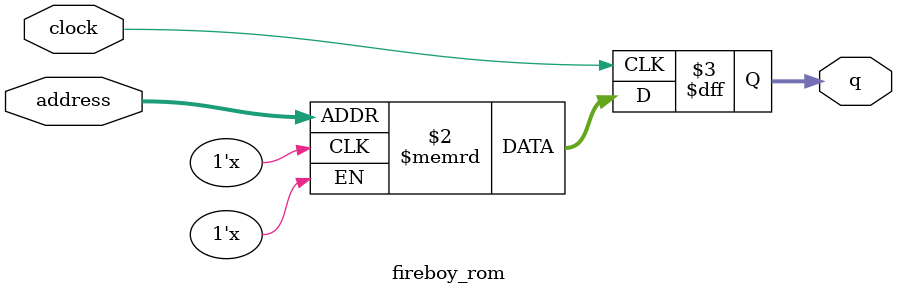
<source format=sv>
module fireboy_rom (
	input logic clock,
	input logic [9:0] address,
	output logic [2:0] q
);

logic [2:0] memory [0:749] /* synthesis ram_init_file = "./fireboy/fireboy.COE" */;

always_ff @ (posedge clock) begin
	q <= memory[address];
end

endmodule

</source>
